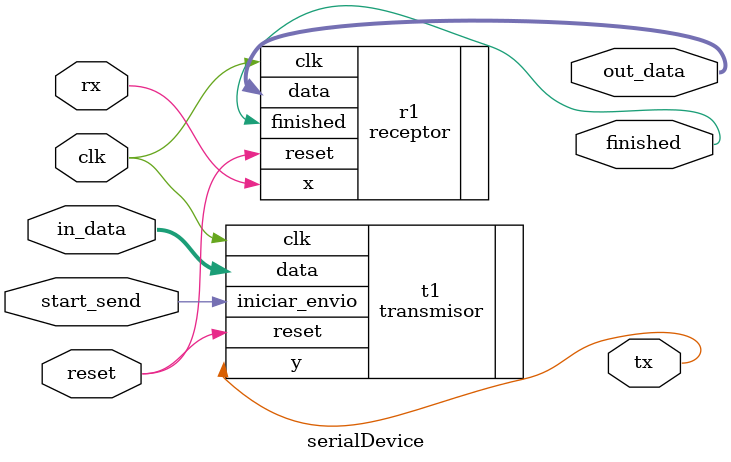
<source format=v>
`timescale 1ns / 1ps
module serialDevice(
	input wire clk,
	
	input wire reset,
	input wire rx,
	output wire tx,
	input wire start_send,
	input wire [7:0]in_data,
	output wire [7:0]out_data,
	output wire finished
	
	);
		
	receptor r1(
		.clk(clk),
		.reset(reset),
		.x(rx),// entrada de datos
		.data(out_data),
		.finished(finished) //finalizado el envio
	);
	
	
	
	transmisor  t1(
		.clk(clk),
		.reset(reset),
		.iniciar_envio(start_send), //empezar el envio
		.data(in_data),
		.y(tx)// salida de datos
	);
	

	

endmodule

</source>
